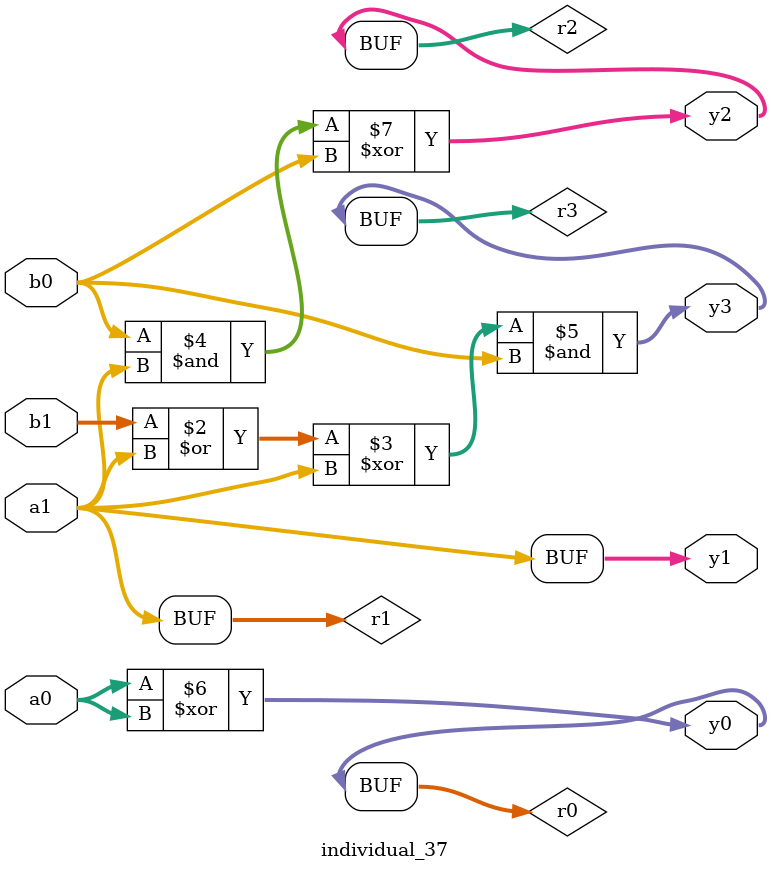
<source format=sv>
module individual_37(input logic [15:0] a1, input logic [15:0] a0, input logic [15:0] b1, input logic [15:0] b0, output logic [15:0] y3, output logic [15:0] y2, output logic [15:0] y1, output logic [15:0] y0);
logic [15:0] r0, r1, r2, r3; 
 always@(*) begin 
	 r0 = a0; r1 = a1; r2 = b0; r3 = b1; 
 	 r3  |=  a1 ;
 	 r3  ^=  a1 ;
 	 r2  &=  r1 ;
 	 r3  &=  b0 ;
 	 r0  ^=  a0 ;
 	 r2  ^=  b0 ;
 	 y3 = r3; y2 = r2; y1 = r1; y0 = r0; 
end
endmodule
</source>
